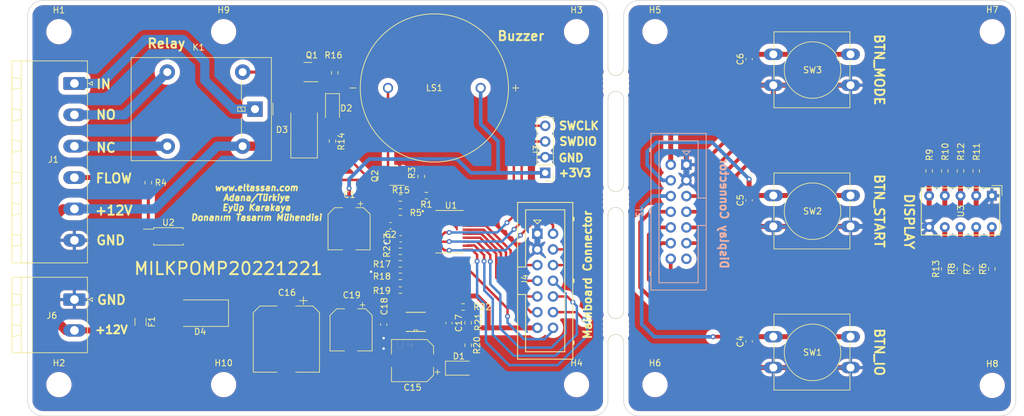
<source format=kicad_pcb>
(kicad_pcb (version 20211014) (generator pcbnew)
  (title_block (title "MILK POMP") (date "20221206") (rev "V2") (company "ELTASSAN LTD") (comment 1 "EYYÜP KARAKAYA") (comment 2 "DONANIM TASARIM MÜHENDİSİ"))
  (layers (0 "F.Cu" signal) (31 "B.Cu" signal) (34 "B.Paste" user) (35 "F.Paste" user) (36 "B.SilkS" user "B.Silkscreen") (37 "F.SilkS" user "F.Silkscreen") (38 "B.Mask" user) (39 "F.Mask" user) (44 "Edge.Cuts" user))
  (net 0 "")
  (net 1 "GND")
  (net 2 "+3V3")
  (net 3 "BTN_IO")
  (net 4 "BTN_START")
  (net 5 "BTN_MODE")
  (net 6 "Net-(C17-Pad2)")
  (net 7 "Net-(C18-Pad1)")
  (net 8 "+12V")
  (net 9 "/Power/LED_PWR")
  (net 10 "NRST")
  (net 11 "Net-(D2-Pad1)")
  (net 12 "Net-(D4-Pad2)")
  (net 13 "/Flow/FLOW_SENSOR")
  (net 14 "/Relay /RELAY_IN")
  (net 15 "SWDIO")
  (net 16 "SWCLK")
  (net 17 "BUZZER")
  (net 18 "Net-(Q1-Pad1)")
  (net 19 "Net-(R4-Pad2)")
  (net 20 "FLOW")
  (net 21 "Net-(R6-Pad2)")
  (net 22 "Net-(R7-Pad2)")
  (net 23 "Net-(R8-Pad2)")
  (net 24 "Net-(R9-Pad2)")
  (net 25 "Net-(R10-Pad2)")
  (net 26 "Net-(R11-Pad2)")
  (net 27 "Net-(R12-Pad2)")
  (net 28 "Net-(R13-Pad2)")
  (net 29 "RELAY")
  (net 32 "/Buttons/BTN_IO")
  (net 33 "/Buttons/BTN_START")
  (net 34 "/Buttons/BTN_MODE")
  (net 35 "/Relay /RELAY_NO")
  (net 36 "/Relay /RELAY_NC")
  (net 37 "/Display/DISP_F")
  (net 38 "/Display/DISP_A")
  (net 39 "/Display/DISP_E")
  (net 40 "/Display/DISP_B")
  (net 41 "/Display/DISP_D")
  (net 42 "/Display/DISP_C")
  (net 43 "/Display/DISP_P")
  (net 44 "Net-(D2-Pad2)")
  (net 45 "Net-(LS1-PadN)")
  (net 46 "Net-(Q2-Pad1)")
  (net 47 "/Display/DISP_G")
  (net 48 "DISP_P")
  (net 49 "DISP_C")
  (net 50 "DISP_B")
  (net 51 "DISP_A")
  (net 52 "DISP_D")
  (net 53 "DISP_E")
  (net 54 "DISP_G")
  (net 55 "DISP_F")
  (net 57 "Net-(C16-Pad1)")
  (footprint "Resistor_SMD:R_0603_1608Metric" (layer "F.Cu") (at 236.1575 112.077 90)
    (fp_text reference "R6")
    (fp_text value "330R")
  )
  (footprint "Capacitor_SMD:CP_Elec_6.3x7.7" (layer "F.Cu") (at 132.08 105.57 -90)
    (fp_text reference "C1")
    (fp_text value "10uF/35V")
  )
  (footprint "Resistor_SMD:R_0603_1608Metric" (layer "F.Cu") (at 140.3736 111.252 180)
    (fp_text reference "R17")
    (fp_text value "10K")
  )
  (footprint "Panelization:mouse-bite-2.54mm-slot" (layer "F.Cu") (at 175.26 100.838 180)
    (fp_text reference "mouse-bite-2.54mm-slot" hide)
    (fp_text value "VAL**" hide)
  )
  (footprint "Buzzer:XDCR_KPEG228" (layer "F.Cu") (at 145.8815 82.773 180)
    (fp_text reference "LS1")
    (fp_text value "KPEG228")
  )
  (footprint "Resistor_SMD:R_0603_1608Metric" (layer "F.Cu") (at 228.5375 96.203 -90)
    (fp_text reference "R10")
    (fp_text value "330R")
  )
  (footprint "MountingHole:MountingHole_2.5mm" (layer "F.Cu") (at 111.76 73.66)
    (fp_text reference "H9")
    (fp_text value "MountingHole")
  )
  (footprint "Connector_Phoenix_MSTB:PhoenixContact_MSTBA_2,5_2-G_1x02_P5.00mm_Horizontal" (layer "F.Cu") (at 87.5975 117.0376 -90)
    (fp_text reference "J6")
    (fp_text value "PWR INPUT")
  )
  (footprint "LED_SMD:LED_1206_3216Metric" (layer "F.Cu") (at 129.3876 85.982 -90)
    (fp_text reference "D2")
    (fp_text value "LED_GREEN" hide)
  )
  (footprint "Capacitor_SMD:CP_Elec_6.3x7.7" (layer "F.Cu") (at 142.3523 126.9276 180)
    (fp_text reference "C15")
    (fp_text value "10uF/10V")
  )
  (footprint "Resistor_SMD:R_0603_1608Metric" (layer "F.Cu") (at 151.3515 124.4384 -90)
    (fp_text reference "R20")
    (fp_text value "470")
  )
  (footprint "Resistor_SMD:R_0603_1608Metric" (layer "F.Cu") (at 140.3736 100.584 180)
    (fp_text reference "R15")
    (fp_text value "4K7")
  )
  (footprint "Fuse:Fuse_1206_3216Metric" (layer "F.Cu") (at 98.298 120.6376 -90)
    (fp_text reference "F1")
    (fp_text value "1A")
  )
  (footprint "Capacitor_SMD:C_0603_1608Metric" (layer "F.Cu") (at 137.668 121.0948 -90)
    (fp_text reference "C18")
    (fp_text value "10nF")
  )
  (footprint "Capacitor_SMD:CP_Elec_10x10.5" (layer "F.Cu") (at 121.92 123.4376 -90)
    (fp_text reference "C16")
    (fp_text value "100uF/35V")
  )
  (footprint "Resistor_SMD:R_0603_1608Metric" (layer "F.Cu") (at 140.3736 115.4976 180)
    (fp_text reference "R19")
    (fp_text value "10K")
  )
  (footprint "TSSOP_20:SOP65P640X120-20N" (layer "F.Cu") (at 148.336 106.045)
    (fp_text reference "U1")
    (fp_text value "STM32G030F6P6TR")
  )
  (footprint "Resistor_SMD:R_0603_1608Metric" (layer "F.Cu") (at 140.3858 102.87)
    (fp_text reference "R5")
    (fp_text value "4K7")
  )
  (footprint "Capacitor_SMD:C_0603_1608Metric" (layer "F.Cu") (at 196.85 78.102595 90)
    (fp_text reference "C6")
    (fp_text value "100nF")
  )
  (footprint "Package_SO:SOIC-4_4.55x2.6mm_P1.27mm" (layer "F.Cu") (at 102.818 106.807)
    (fp_text reference "U2")
    (fp_text value "TLP291")
  )
  (footprint "Power:SOP65P490X110-9N" (layer "F.Cu") (at 142.8679 120.65 180)
    (fp_text reference "U4")
    (fp_text value "TPS7A4901DGNT")
  )
  (footprint "Resistor_SMD:R_0603_1608Metric" (layer "F.Cu") (at 151.3515 120.7902 90)
    (fp_text reference "R21")
    (fp_text value "18K")
  )
  (footprint "Display_7Segment:HDSP-7401" (layer "F.Cu") (at 236.1575 100.220095 -90)
    (fp_text reference "U3")
    (fp_text value "HDSP-7403")
  )
  (footprint "Resistor_SMD:R_0603_1608Metric" (layer "F.Cu") (at 228.5375 112.077 90)
    (fp_text reference "R13")
    (fp_text value "330R")
  )
  (footprint "Package_TO_SOT_SMD:SOT-23" (layer "F.Cu") (at 139.319 96.9792 180)
    (fp_text reference "Q2")
    (fp_text value "BC847")
  )
  (footprint "Resistor_SMD:R_0603_1608Metric" (layer "F.Cu") (at 233.6175 96.203 -90)
    (fp_text reference "R11")
    (fp_text value "330R")
  )
  (footprint "MountingHole:MountingHole_2.5mm" (layer "F.Cu") (at 168.91 130.81)
    (fp_text reference "H4")
    (fp_text value "MountingHole")
  )
  (footprint "Relay_THT:Relay_SPDT_Omron-G5LE-1" (layer "F.Cu") (at 116.84 86.202 -90)
    (fp_text reference "K1")
    (fp_text value "G5LE-1")
  )
  (footprint "Resistor_SMD:R_0603_1608Metric" (layer "F.Cu") (at 140.3736 109.22 180)
    (fp_text reference "R2")
    (fp_text value "10K")
  )
  (footprint "MountingHole:MountingHole_2.5mm" (layer "F.Cu") (at 85.09 130.81)
    (fp_text reference "H2")
    (fp_text value "MountingHole")
  )
  (footprint "Resistor_SMD:R_0603_1608Metric" (layer "F.Cu") (at 231.0775 96.203 -90)
    (fp_text reference "R12")
    (fp_text value "330R")
  )
  (footprint "Button_Switch_THT:SW_PUSH-12mm" (layer "F.Cu") (at 200.77 77.327595)
    (fp_text reference "SW3")
    (fp_text value "SW_IO")
  )
  (footprint "Connectors_Multicomp:Multicomp_MC9A12-1434_2x07x2.54mm_Straight" (layer "F.Cu") (at 162.56 106.3752 -90)
    (fp_text reference "J4")
    (fp_text value "Conn_02x07_Odd_Even")
  )
  (footprint "MountingHole:MountingHole_2.5mm" (layer "F.Cu") (at 181.61 73.66)
    (fp_text reference "H5")
    (fp_text value "MountingHole")
  )
  (footprint "Package_TO_SOT_SMD:SOT-23" (layer "F.Cu") (at 125.3975 80.202 180)
    (fp_text reference "Q1")
    (fp_text value "BC847")
  )
  (footprint "Capacitor_SMD:C_0603_1608Metric" (layer "F.Cu") (at 138.7858 105.073801 180)
    (fp_text reference "C2")
    (fp_text value "100nF")
  )
  (footprint "Diode_SMD:D_SMB_Handsoldering" (layer "F.Cu") (at 124.7902 89.502 90)
    (fp_text reference "D3")
    (fp_text value "SBR3A40SAQ")
  )
  (footprint "Resistor_SMD:R_0603_1608Metric" (layer "F.Cu") (at 129.7432 80.327 90)
    (fp_text reference "R16")
    (fp_text value "47K")
  )
  (footprint "Resistor_SMD:R_0603_1608Metric" (layer "F.Cu") (at 143.765 97.1042 90)
    (fp_text reference "R3")
    (fp_text value "47K")
  )
  (footprint "Resistor_SMD:R_0603_1608Metric" (layer "F.Cu") (at 225.9975 96.203 -90)
    (fp_text reference "R9")
    (fp_text value "330R")
  )
  (footprint "MountingHole:MountingHole_2.5mm" (layer "F.Cu") (at 236.22 130.937)
    (fp_text reference "H8")
    (fp_text value "MountingHole")
  )
  (footprint "Resistor_SMD:R_0603_1608Metric" (layer "F.Cu") (at 233.6175 112.077 90)
    (fp_text reference "R7")
    (fp_text value "330R")
  )
  (footprint "Capacitor_SMD:CP_Elec_6.3x7.7" (layer "F.Cu") (at 132.4031 121.9376 -90)
    (fp_text reference "C19")
    (fp_text value "10uF/35V")
  )
  (footprint "Panelization:mouse-bite-2.54mm-slot" (layer "F.Cu") (at 175.26 82.042 180)
    (fp_text reference "mouse-bite-2.54mm-slot" hide)
    (fp_text value "VAL**" hide)
  )
  (footprint "MountingHole:MountingHole_2.5mm" (layer "F.Cu") (at 111.76 130.81)
    (fp_text reference "H10")
    (fp_text value "MountingHole")
  )
  (footprint "MountingHole:MountingHole_2.5mm" (layer "F.Cu") (at 181.61 130.81)
    (fp_text reference "H6")
    (fp_text value "MountingHole")
  )
  (footprint "Resistor_SMD:R_0603_1608Metric" (layer "F.Cu") (at 99.568 98.107 -90)
    (fp_text reference "R4")
    (fp_text value "3K3")
  )
  (footprint "LED_SMD:LED_1206_3216Metric" (layer "F.Cu") (at 149.9515 128.1468)
    (fp_text reference "D1")
    (fp_text value "LED_GREEN")
  )
  (footprint "Capacitor_SMD:C_0603_1608Metric" (layer "F.Cu") (at 196.85 100.962595 90)
    (fp_text reference "C5")
    (fp_text value "100nF")
  )
  (footprint "Panelization:mouse-bite-2.54mm-slot" (layer "F.Cu") (at 175.26 121.412 180)
    (fp_text reference "mouse-bite-2.54mm-slot" hide)
    (fp_text value "VAL**" hide)
  )
  (footprint "Button_Switch_THT:SW_PUSH-12mm" (layer "F.Cu") (at 200.77 100.187595)
    (fp_text reference "SW2")
    (fp_text value "SW_IO")
  )
  (footprint "MountingHole:MountingHole_2.5mm" (layer "F.Cu") (at 236.22 73.66)
    (fp_text reference "H7")
    (fp_text value "MountingHole")
  )
  (footprint "MountingHole:MountingHole_2.5mm" (layer "F.Cu") (at 85.09 73.66)
    (fp_text reference "H1")
    (fp_text value "MountingHole")
  )
  (footprint "Capacitor_SMD:C_0603_1608Metric" (layer "F.Cu") (at 148.2527 120.8402 90)
    (fp_text reference "C17")
    (fp_text value "10nF")
  )
  (footprint "Connector_Phoenix_MSTB:PhoenixContact_MSTBA_2,5_6-G-5,08_1x06_P5.08mm_Horizontal" (layer "F.Cu") (at 87.5975 82.042 -90)
    (fp_text reference "J1")
    (fp_text value "OUTPUTS")
  )
  (footprint "Diode_SMD:D_SMB_Handsoldering" (layer "F.Cu") (at 107.95 119.2376 180)
    (fp_text reference "D4")
    (fp_text value "SBR3A40SAQ")
  )
  (footprint "Resistor_SMD:R_0603_1608Metric" (layer "F.Cu") (at 231.0775 112.077 90)
    (fp_text reference "R8")
    (fp_text value "330R")
  )
  (footprint "Resistor_SMD:R_0603_1608Metric" (layer "F.Cu") (at 144.59 100.203 180)
    (fp_text reference "R1")
    (fp_text value "4K7")
  )
  (footprint "Resistor_SMD:R_0603_1608Metric" (layer "F.Cu") (at 150.5265 118.2408 180)
    (fp_text reference "R22")
    (fp_text value "10K")
  )
  (footprint "Capacitor_SMD:C_0603_1608Metric" (layer "F.Cu") (at 140.4236 107.188 180)
    (fp_text reference "C3")
    (fp_text value "100nF")
  )
  (footprint "Resistor_SMD:R_0603_1608Metric" (layer "F.Cu") (at 129.3876 91.377 90)
    (fp_text reference "R14")
    (fp_text value "4K7")
  )
  (footprint "Capacitor_SMD:C_0603_1608Metric" (layer "F.Cu") (at 196.85 123.822595 90)
    (fp_text reference "C4")
    (fp_text value "100nF")
  )
  (footprint "Button_Switch_THT:SW_PUSH-12mm" (layer "F.Cu") (at 200.77 123.047595)
    (fp_text reference "SW1")
    (fp_text value "SW_IO")
  )
  (footprint "Resistor_SMD:R_0603_1608Metric" (layer "F.Cu") (at 140.3736 113.284 180)
    (fp_text reference "R18")
    (fp_text value "10K")
  )
  (footprint "MountingHole:MountingHole_2.5mm" (layer "F.Cu") (at 168.91 73.66)
    (fp_text reference "H3")
    (fp_text value "MountingHole")
  )
  (footprint "Connector_PinHeader_2.54mm:PinHeader_1x04_P2.54mm_Vertical" (layer "F.Cu") (at 163.83 96.52 180)
    (fp_text reference "J3")
    (fp_text value "Program_Conn")
  )
  (footprint "Connectors_Multicomp:Multicomp_MC9A12-1434_2x07x2.54mm_Straight" (layer "B.Cu") (at 186.695 95.197595 -90)
    (fp_text reference "J2")
    (fp_text value "Conn_Display")
  )
  (gr_arc (start 176.53 118.872) (mid 175.26 120.142) (end 173.99 118.872) (layer "Edge.Cuts") (width 0.1))
  (gr_arc (start 173.99 123.952) (mid 175.26 122.682) (end 176.53 123.952) (layer "Edge.Cuts") (width 0.1))
  (gr_arc (start 173.99 133.35) (mid 173.246051 135.146051) (end 171.45 135.89) (layer "Edge.Cuts") (width 0.1))
  (gr_arc (start 176.53 79.502) (mid 175.26 80.772) (end 173.99 79.502) (layer "Edge.Cuts") (width 0.1))
  (gr_line (start 179.07 135.89) (end 237.49 135.89) (layer "Edge.Cuts") (width 0.1))
  (gr_arc (start 173.99 84.582) (mid 175.26 83.312) (end 176.53 84.582) (layer "Edge.Cuts") (width 0.1))
  (gr_arc (start 171.45 68.58) (mid 173.246051 69.323949) (end 173.99 71.12) (layer "Edge.Cuts") (width 0.1))
  (gr_arc (start 80.01 71.12) (mid 80.753949 69.323949) (end 82.55 68.58) (layer "Edge.Cuts") (width 0.1))
  (gr_line (start 176.53 98.298) (end 176.53 84.582) (layer "Edge.Cuts") (width 0.1))
  (gr_arc (start 179.07 135.89) (mid 177.273949 135.146051) (end 176.53 133.35) (layer "Edge.Cuts") (width 0.1))
  (gr_line (start 173.99 98.298) (end 173.99 84.582) (layer "Edge.Cuts") (width 0.1))
  (gr_arc (start 82.55 135.89) (mid 80.753949 135.146051) (end 80.01 133.35) (layer "Edge.Cuts") (width 0.1))
  (gr_line (start 82.55 68.58) (end 171.45 68.58) (layer "Edge.Cuts") (width 0.1))
  (gr_arc (start 176.53 98.298) (mid 175.26 99.568) (end 173.99 98.298) (layer "Edge.Cuts") (width 0.1))
  (gr_line (start 237.49 68.58) (end 179.07 68.58) (layer "Edge.Cuts") (width 0.1))
  (gr_line (start 173.99 133.35) (end 173.99 123.952) (layer "Edge.Cuts") (width 0.1))
  (gr_line (start 240.03 133.35) (end 240.03 71.12) (layer "Edge.Cuts") (width 0.1))
  (gr_arc (start 237.49 68.58) (mid 239.286051 69.323949) (end 240.03 71.12) (layer "Edge.Cuts") (width 0.1))
  (gr_line (start 173.99 71.12) (end 173.99 79.502) (layer "Edge.Cuts") (width 0.1))
  (gr_line (start 171.45 135.89) (end 82.55 135.89) (layer "Edge.Cuts") (width 0.1))
  (gr_line (start 80.01 133.35) (end 80.01 71.12) (layer "Edge.Cuts") (width 0.1))
  (gr_arc (start 240.03 133.35) (mid 239.286051 135.146051) (end 237.49 135.89) (layer "Edge.Cuts") (width 0.1))
  (gr_arc (start 176.53 71.12) (mid 177.273949 69.323949) (end 179.07 68.58) (layer "Edge.Cuts") (width 0.1))
  (gr_line (start 173.99 118.872) (end 173.99 103.378) (layer "Edge.Cuts") (width 0.1))
  (gr_line (start 176.53 79.502) (end 176.53 71.12) (layer "Edge.Cuts") (width 0.1))
  (gr_arc (start 173.99 103.378) (mid 175.26 102.108) (end 176.53 103.378) (layer "Edge.Cuts") (width 0.1))
  (gr_line (start 176.53 133.35) (end 176.53 123.952) (layer "Edge.Cuts") (width 0.1))
  (gr_line (start 176.53 118.872) (end 176.53 103.378) (layer "Edge.Cuts") (width 0.1))
  (gr_text "Display Connector" (at 192.786 103.124 -90) (layer "B.SilkS") (effects (font (size 1.3 1.3) (thickness 0.3)) (justify mirror)))
  (gr_text "+12V\n" (at 93.599 121.92) (layer "F.SilkS") (effects (font (size 1.3 1.3) (thickness 0.3))))
  (gr_text "BTN_IO\n" (at 217.932 125.547595 270) (layer "F.SilkS") (effects (font (size 1.5 1.5) (thickness 0.3))))
  (gr_text "+3V3" (at 168.656 96.52) (layer "F.SilkS") (effects (font (size 1.3 1.3) (thickness 0.3))))
  (gr_text "SWDIO\n" (at 169.164 91.44) (layer "F.SilkS") (effects (font (size 1.3 1.3) (thickness 0.3))))
  (gr_text "NO" (at 92.71 87.122) (layer "F.SilkS") (effects (font (size 1.5 1.5) (thickness 0.3))))
  (gr_text "GND" (at 168.021 94.107) (layer "F.SilkS") (effects (font (size 1.3 1.3) (thickness 0.3))))
  (gr_text "GND" (at 93.472 107.442) (layer "F.SilkS") (effects (font (size 1.5 1.5) (thickness 0.3))))
  (gr_text "Relay" (at 102.489 75.565) (layer "F.SilkS") (effects (font (size 1.5 1.5) (thickness 0.3))))
  (gr_text "DISPLAY" (at 222.758 104.394 270) (layer "F.SilkS") (effects (font (size 1.5 1.5) (thickness 0.3))))
  (gr_text "Buzzer\n\n" (at 159.893 75.565) (layer "F.SilkS") (effects (font (size 1.5 1.5) (thickness 0.3))))
  (gr_text "IN" (at 92.329 82.169) (layer "F.SilkS") (effects (font (size 1.5 1.5) (thickness 0.3))))
  (gr_text "NC" (at 92.71 92.456) (layer "F.SilkS") (effects (font (size 1.5 1.5) (thickness 0.3))))
  (gr_text "MILKPOMP20221221" (at 112.522 112.014) (layer "F.SilkS") (effects (font (size 2 2) (thickness 0.3))))
  (gr_text "Mainboard Connector" (at 170.688 113.03 90) (layer "F.SilkS") (effects (font (size 1.3 1.3) (thickness 0.3))))
  (gr_text "FLOW" (at 93.98 97.409) (layer "F.SilkS") (effects (font (size 1.5 1.5) (thickness 0.3))))
  (gr_text "SWCLK\n" (at 169.291 88.9) (layer "F.SilkS") (effects (font (size 1.3 1.3) (thickness 0.3))))
  (gr_text "BTN_MODE\n" (at 217.932 79.827595 270) (layer "F.SilkS") (effects (font (size 1.5 1.5) (thickness 0.3))))
  (gr_text "GND" (at 93.599 117.094) (layer "F.SilkS") (effects (font (size 1.5 1.5) (thickness 0.3))))
  (gr_text "+12V" (at 93.98 102.616) (layer "F.SilkS") (effects (font (size 1.5 1.5) (thickness 0.3))))
  (gr_text "BTN_START\n" (at 217.932 102.687595 270) (layer "F.SilkS") (effects (font (size 1.5 1.5) (thickness 0.3))))
  (gr_text "www.eltassan.com\nAdana/Türkiye\nEyüp Karakaya\nDonanım Tasarım Mühendisi" (at 117.094 101.346) (layer "F.SilkS") (effects (font (size 1 1) (thickness 0.25) italic)))
  (segment (start 128.02 79.252) (end 128.27 79.502) (width 0.5) (layer "F.Cu") (net 1))
  (segment (start 186.69 88.2904) (end 186.69 87.63) (width 0.8) (layer "F.Cu") (net 1))
  (segment (start 147.32 105.156) (end 146.752201 105.723799) (width 0.4) (layer "F.Cu") (net 1))
  (segment (start 186.69 87.63) (end 187.96 86.36) (width 0.8) (layer "F.Cu") (net 1))
  (segment (start 196.85 78.877595) (end 196.85 80.899) (width 0.8) (layer "F.Cu") (net 1))
  (segment (start 106.068 107.442) (end 99.568 107.442) (width 0.6) (layer "F.Cu") (net 1))
  (segment (start 138.4846 126.9276) (end 139.6523 126.9276) (width 0.4) (layer "F.Cu") (net 1))
  (segment (start 142.8679 121.0239) (end 142.875 121.031) (width 0.4) (layer "F.Cu") (net 1))
  (segment (start 196.85 101.737595) (end 196.85 103.886) (width 0.8) (layer "F.Cu") (net 1))
  (segment (start 138.0108 105.073801) (end 138.0108 107.0992) (width 0.4) (layer "F.Cu") (net 1))
  (segment (start 143.765 96.2792) (end 147.32 96.2792) (width 0.4) (layer "F.Cu") (net 1))
  (segment (start 200.77 105.187595) (end 213.27 105.187595) (width 0.8) (layer "F.Cu") (net 1))
  (segment (start 187.96 86.36) (end 199.39 86.36) (width 0.8) (layer "F.Cu") (net 1))
  (segment (start 142.8679 120.65) (end 143.8331 119.6848) (width 0.4) (layer "F.Cu") (net 1))
  (segment (start 196.85 103.886) (end 198.151595 105.187595) (width 0.8) (layer "F.Cu") (net 1))
  (segment (start 128.27 79.502) (end 129.7432 79.502) (width 0.5) (layer "F.Cu") (net 1))
  (segment (start 138.0108 107.0992) (end 138.0108 107.95) (width 0.4) (layer "F.Cu") (net 1))
  (segment (start 142.8679 120.65) (end 142.8679 121.0239) (width 0.4) (layer "F.Cu") (net 1))
  (segment (start 186.69 88.2904) (end 186.69 95.192595) (width 0.8) (layer "F.Cu") (net 1))
  (segment (start 196.85 80.899) (end 198.278595 82.327595) (width 0.8) (layer "F.Cu") (net 1))
  (segment (start 186.69 95.192595) (end 186.695 95.197595) (width 0.8) (layer "F.Cu") (net 1))
  (segment (start 138.0996 107.188) (end 138.0108 107.0992) (width 0.4) (layer "F.Cu") (net 1))
  (segment (start 139.6486 107.188) (end 138.0996 107.188) (width 0.4) (layer "F.Cu") (net 1))
  (segment (start 213.27 128.047595) (end 200.77 128.047595) (width 0.8) (layer "F.Cu") (net 1))
  (segment (start 139.6523 124.3735) (end 139.6523 126.9276) (width 0.4) (layer "F.Cu") (net 1))
  (segment (start 142.875 121.031) (end 142.875 121.1508) (width 0.4) (layer "F.Cu") (net 1))
  (segment (start 137.668 121.8698) (end 137.668 123.2795) (width 0.4) (layer "F.Cu") (net 1))
  (segment (start 147.32 96.2792) (end 147.32 105.156) (width 0.4) (layer "F.Cu") (net 1))
  (segment (start 137.668 126.111) (end 138.4846 126.9276) (width 0.4) (layer "F.Cu") (net 1))
  (segment (start 200.77 84.98) (end 200.77 82.327595) (width 0.8) (layer "F.Cu") (net 1))
  (segment (start 196.85 126.619) (end 198.278595 128.047595) (width 0.8) (layer "F.Cu") (net 1))
  (segment (start 198.278595 82.327595) (end 200.77 82.327595) (width 0.8) (layer "F.Cu") (net 1))
  (segment (start 198.151595 105.187595) (end 200.77 105.187595) (width 0.8) (layer "F.Cu") (net 1))
  (segment (start 126.335 79.252) (end 128.02 79.252) (width 0.5) (layer "F.Cu") (net 1))
  (segment (start 146.752201 105.723799) (end 145.415 105.723799) (width 0.4) (layer "F.Cu") (net 1))
  (segment (start 213.27 82.327595) (end 200.77 82.327595) (width 0.8) (layer "F.Cu") (net 1))
  (segment (start 99.568 107.442) (end 87.5975 107.442) (width 0.6) (layer "F.Cu") (net 1))
  (segment (start 142.875 121.1508) (end 139.6523 124.3735) (width 0.4) (layer "F.Cu") (net 1))
  (segment (start 198.278595 128.047595) (end 200.77 128.047595) (width 0.8) (layer "F.Cu") (net 1))
  (segment (start 143.8331 119.6848) (end 145.0523 119.6848) (width 0.4) (layer "F.Cu") (net 1))
  (segment (start 137.668 124.968) (end 137.668 126.111) (width 0.4) (layer "F.Cu") (net 1))
  (segment (start 196.85 124.597595) (end 196.85 126.619) (width 0.8) (layer "F.Cu") (net 1))
  (segment (start 199.39 86.36) (end 200.77 84.98) (width 0.8) (layer "F.Cu") (net 1))
  (via (at 138.0108 107.95) (size 0.8) (drill 0.4) (layers "F.Cu" "B.Cu") (net 1))
  (via (at 137.668 124.968) (size 0.8) (drill 0.4) (layers "F.Cu" "B.Cu") (net 1))
  (via (at 135.636 112.522) (size 0.8) (drill 0.4) (layers "F.Cu" "B.Cu") (net 1))
  (via (at 137.668 123.2795) (size 0.8) (drill 0.4) (layers "F.Cu" "B.Cu") (net 1))
  (segment (start 186.695 97.737595) (end 186.695 95.197595) (width 1) (layer "B.Cu") (net 1))
  (segment (start 163.83 100.33) (end 166.37 100.33) (width 1) (layer "B.Cu") (net 1))
  (segment (start 137.668 123.2795) (end 137.668 124.968) (width 0.4) (layer "B.Cu") (net 1))
  (segment (start 162.56 101.6) (end 163.83 100.33) (width 1) (layer "B.Cu") (net 1))
  (segment (start 213.27 105.187595) (end 225.885 105.187595) (width 0.8) (layer "B.Cu") (net 1))
  (segment (start 162.56 106.3752) (end 162.56 108.9152) (width 1) (layer "B.Cu") (net 1))
  (segment (start 166.37 93.98) (end 163.83 93.98) (width 1) (layer "B.Cu") (net 1))
  (segment (start 166.37 100.33) (end 167.64 99.06) (width 1) (layer "B.Cu") (net 1))
  (segment (start 138.0108 110.1472) (end 135.636 112.522) (width 0.4) (layer "B.Cu") (net 1))
  (segment (start 233.572095 102.8055) (end 236.1575 100.220095) (width 0.8) (layer "B.Cu") (net 1))
  (segment (start 138.0108 107.95) (end 138.0108 110.1472) (width 0.4) (layer "B.Cu") (net 1))
  (segment (start 167.64 99.06) (end 167.64 95.25) (width 1) (layer "B.Cu") (net 1))
  (segment (start 225.9975 105.300095) (end 228.492095 102.8055) (width 0.8) (layer "B.Cu") (net 1))
  (segment (start 167.64 95.25) (end 166.37 93.98) (width 1) (layer "B.Cu") (net 1))
  (segment (start 225.885 105.187595) (end 225.9975 105.300095) (width 0.8) (layer "B.Cu") (net 1))
  (segment (start 228.492095 102.8055) (end 233.572095 102.8055) (width 0.8) (layer "B.Cu") (net 1))
  (segment (start 200.77 82.327595) (end 200.77 82.3892) (width 0.8) (layer "B.Cu") (net 1))
  (segment (start 162.56 106.3752) (end 162.56 101.6) (width 1) (layer "B.Cu") (net 1))
  (segment (start 136.652 109.22) (end 139.5486 109.22) (width 0.5) (layer "F.Cu") (net 2))
  (segment (start 154.6098 118.2878) (end 152.781 116.459) (width 0.8) (layer "F.Cu") (net 2))
  (segment (start 139.5486 115.4976) (end 139.5486 109.22) (width 0.8) (layer "F.Cu") (net 2))
  (segment (start 139.5486 116.4346) (end 139.5486 115.4976) (width 0.8) (layer "F.Cu") (net 2))
  (segment (start 154.6098 121.6152) (end 162.56 121.6152) (width 0.8) (layer "F.Cu") (net 2))
  (segment (start 145.0523 121.6152) (end 145.0523 126.9276) (width 0.4) (layer "F.Cu") (net 2))
  (segment (start 132.08 102.87) (end 132.08 104.648) (width 0.5) (layer "F.Cu") (net 2))
  (segment (start 132.08 104.648) (end 136.652 109.22) (width 0.5) (layer "F.Cu") (net 2))
  (segment (start 151.3515 121.6152) (end 148.2527 121.6152) (width 0.8) (layer "F.Cu") (net 2))
  (segment (start 140.036199 105.073801) (end 139.5208 105.073801) (width 0.4) (layer "F.Cu") (net 2))
  (segment (start 140.462 117.348) (end 139.5486 116.4346) (width 0.8) (layer "F.Cu") (net 2))
  (segment (start 132.08 99.0225) (end 132.08 102.87) (width 0.6) (layer "F.Cu") (net 2))
  (segment (start 142.875 117.348) (end 140.462 117.348) (width 0.8) (layer "F.Cu") (net 2))
  (segment (start 139.5608 102.87) (end 132.08 102.87) (width 0.4) (layer "F.Cu") (net 2))
  (segment (start 139.5608 102.87) (end 139.5608 105.073801) (width 0.4) (layer "F.Cu") (net 2))
  (segment (start 145.0523 121.6152) (end 148.2527 121.6152) (width 0.4) (layer "F.Cu") (net 2))
  (segment (start 143.764 116.459) (end 142.875 117.348) (width 0.8) (layer "F.Cu") (net 2))
  (segment (start 154.6098 121.6152) (end 154.6098 118.2878) (width 0.8) (layer "F.Cu") (net 2))
  (segment (start 154.6098 121.6152) (end 151.3515 121.6152) (width 0.8) (layer "F.Cu") (net 2))
  (segment (start 151.3515 123.6134) (end 151.3515 121.6152) (width 0.5) (layer "F.Cu") (net 2))
  (segment (start 152.781 116.459) (end 143.764 116.459) (width 0.8) (layer "F.Cu") (net 2))
  (segment (start 145.415 105.073801) (end 140.036199 105.073801) (width 0.4) (layer "F.Cu") (net 2))
  (segment (start 140.036199 105.073801) (end 139.5608 105.073801) (width 0.4) (layer "F.Cu") (net 2))
  (via (at 132.08 99.0225) (size 0.8) (drill 0.4) (layers "F.Cu" "B.Cu") (net 2))
  (segment (start 149.5552 94.2848) (end 151.7904 96.52) (width 0.6) (layer "B.Cu") (net 2))
  (segment (start 156.21 91.44) (end 153.3815 88.6115) (width 0.6) (layer "B.Cu") (net 2))
  (segment (start 163.83 96.52) (end 156.21 96.52) (width 0.6) (layer "B.Cu") (net 2))
  (segment (start 132.08 99.0225) (end 132.08 97.536) (width 0.6) (layer "B.Cu") (net 2))
  (segment (start 151.7904 96.52) (end 156.21 96.52) (width 0.6) (layer "B.Cu") (net 2))
  (segment (start 153.3815 88.6115) (end 153.3815 82.773) (width 0.6) (layer "B.Cu") (net 2))
  (segment (start 156.21 96.52) (end 156.21 91.44) (width 0.6) (layer "B.Cu") (net 2))
  (segment (start 135.3312 94.2848) (end 149.5552 94.2848) (width 0.6) (layer "B.Cu") (net 2))
  (segment (start 132.08 97.536) (end 135.3312 94.2848) (width 0.6) (layer "B.Cu") (net 2))
  (segment (start 146.722201 107.023799) (end 142.785201 107.023799) (width 0.4) (layer "F.Cu") (net 3))
  (segment (start 159.8168 102.4128) (end 167.5892 102.4128) (width 0.4) (layer "F.Cu") (net 3))
  (segment (start 142.367 107.442) (end 142.367 110.617) (width 0.4) (layer "F.Cu") (net 3))
  (segment (start 169.5196 104.3432) (end 169.5196 109.3724) (width 0.4) (layer "F.Cu") (net 3))
  (segment (start 167.5892 102.4128) (end 169.5196 104.3432) (width 0.4) (layer "F.Cu") (net 3))
  (segment (start 167.4368 111.4552) (end 165.1 111.4552) (width 0.4) (layer "F.Cu") (net 3))
  (segment (start 169.5196 109.3724) (end 167.4368 111.4552) (width 0.4) (layer "F.Cu") (net 3))
  (segment (start 157.6324 104.5972) (end 159.8168 102.4128) (width 0.4) (layer "F.Cu") (net 3))
  (segment (start 147.574 106.172) (end 146.722201 107.023799) (width 0.4) (layer "F.Cu") (net 3))
  (segment (start 142.785201 107.023799) (end 142.367 107.442) (width 0.4) (layer "F.Cu") (net 3))
  (segment (start 148.2852 106.172) (end 147.574 106.172) (width 0.4) (layer "F.Cu") (net 3))
  (segment (start 141.732 111.252) (end 141.1986 111.252) (width 0.4) (layer "F.Cu") (net 3))
  (segment (start 142.367 110.617) (end 141.732 111.252) (width 0.4) (layer "F.Cu") (net 3))
  (via (at 157.6324 104.5972) (size 0.8) (drill 0.4) (layers "F.Cu" "B.Cu") (net 3))
  (via (at 148.2852 106.172) (size 0.8) (drill 0.4) (layers "F.Cu" "B.Cu") (net 3))
  (segment (start 156.0576 106.172) (end 157.6324 104.5972) (width 0.4) (layer "B.Cu") (net 3))
  (segment (start 148.2852 106.172) (end 156.0576 106.172) (width 0.4) (layer "B.Cu") (net 3))
  (segment (start 148.2852 107.6452) (end 148.256602 107.673798) (width 0.4) (layer "F.Cu") (net 4))
  (segment (start 148.256602 107.673798) (end 143.278202 107.673798) (width 0.4) (layer "F.Cu") (net 4))
  (segment (start 158.8008 105.664) (end 160.9344 103.5304) (width 0.4) (layer "F.Cu") (net 4))
  (segment (start 168.0972 104.8512) (end 168.0972 107.5944) (width 0.4) (layer "F.Cu") (net 4))
  (segment (start 168.0972 107.5944) (end 166.7764 108.9152) (width 0.4) (layer "F.Cu") (net 4))
  (segment (start 143.164 107.788) (end 143.164 111.3186) (width 0.4) (layer "F.Cu") (net 4))
  (segment (start 160.9344 103.5304) (end 166.7764 103.5304) (width 0.4) (layer "F.Cu") (net 4))
  (segment (start 143.164 111.3186) (end 141.1986 113.284) (width 0.4) (layer "F.Cu") (net 4))
  (segment (start 166.7764 108.9152) (end 165.1 108.9152) (width 0.4) (layer "F.Cu") (net 4))
  (segment (start 166.7764 103.5304) (end 168.0972 104.8512) (width 0.4) (layer "F.Cu") (net 4))
  (segment (start 143.278202 107.673798) (end 143.164 107.788) (width 0.4) (layer "F.Cu") (net 4))
  (via (at 158.8008 105.664) (size 0.8) (drill 0.4) (layers "F.Cu" "B.Cu") (net 4))
  (via (at 148.2852 107.6452) (size 0.8) (drill 0.4) (layers "F.Cu" "B.Cu") (net 4))
  (segment (start 156.8196 107.6452) (end 158.8008 105.664) (width 0.4) (layer "B.Cu") (net 4))
  (segment (start 148.2852 107.6452) (end 156.8196 107.6452) (width 0.4) (layer "B.Cu") (net 4))
  (segment (start 146.779399 108.323799) (end 144.025201 108.323799) (width 0.4) (layer "F.Cu") (net 5))
  (segment (start 143.764 112.9322) (end 141.1986 115.4976) (width 0.4) (layer "F.Cu") (net 5))
  (segment (start 143.764 108.585) (end 143.764 112.9322) (width 0.4) (layer "F.Cu") (net 5))
  (segment (start 159.8168 106.6292) (end 159.8168 106.6184) (width 0.4) (layer "F.Cu") (net 5))
  (segment (start 147.5232 109.0676) (end 146.779399 108.323799) (width 0.4) (layer "F.Cu") (net 5))
  (segment (start 148.2852 109.0676) (end 147.5232 109.0676) (width 0.4) (layer "F.Cu") (net 5))
  (segment (start 144.025201 108.323799) (end 143.764 108.585) (width 0.4) (layer "F.Cu") (net 5))
  (segment (start 164.592 104.4956) (end 165.1 105.0036) (width 0.4) (layer "F.Cu") (net 5))
  (segment (start 159.8168 106.6184) (end 161.9396 104.4956) (width 0.4) (layer "F.Cu") (net 5))
  (segment (start 161.9396 104.4956) (end 164.592 104.4956) (width 0.4) (layer "F.Cu") (net 5))
  (segment (start 165.1 105.0036) (end 165.1 106.3752) (width 0.4) (layer "F.Cu") (net 5))
  (via (at 148.2852 109.0676) (size 0.8) (drill 0.4) (layers "F.Cu" "B.Cu") (net 5))
  (via (at 159.8168 106.6292) (size 0.8) (drill 0.4) (layers "F.Cu" "B.Cu") (net 5))
  (via (at 148.2852 109.0676) (size 0.8) (drill 0.4) (layers "F.Cu" "B.Cu") (net 5))
  (segment (start 159.8168 106.6292) (end 157.3784 109.0676) (width 0.4) (layer "B.Cu") (net 5))
  (segment (start 157.3784 109.0676) (end 148.2852 109.0676) (width 0.4) (layer "B.Cu") (net 5))
  (segment (start 147.3968 120.0652) (end 148.2527 120.0652) (width 0.4) (layer "F.Cu") (net 6))
  (segment (start 146.4818 120.9802) (end 147.3968 120.0652) (width 0.4) (layer "F.Cu") (net 6))
  (segment (start 151.3515 118.2408) (end 151.3515 119.9652) (width 0.5) (layer "F.Cu") (net 6))
  (segment (start 145.0523 120.9802) (end 146.4818 120.9802) (width 0.4) (layer "F.Cu") (net 6))
  (segment (start 151.3515 119.9652) (end 148.3527 119.9652) (width 0.5) (layer "F.Cu") (net 6))
  (segment (start 148.3527 119.9652) (end 148.2527 120.0652) (width 0.5) (layer "F.Cu") (net 6))
  (segment (start 140.6835 120.3198) (end 137.668 120.3198) (width 0.4) (layer "F.Cu") (net 7))
  (segment (start 129.286 92.329) (end 129.159 92.202) (width 0.5) (layer "F.Cu") (net 8))
  (segment (start 87.5975 102.362) (end 85.725 102.362) (width 1.5) (layer "F.Cu") (net 8))
  (segment (start 83.312 104.775) (end 83.312 119.126) (width 1.5) (layer "F.Cu") (net 8))
  (segment (start 85.725 102.362) (end 83.312 104.775) (width 1.5) (layer "F.Cu") (net 8))
  (segment (start 129.3876 92.2274) (end 129.286 92.329) (width 0.5) (layer "F.Cu") (net 8))
  (segment (start 87.5975 122.0376) (end 98.298 122.0376) (width 1) (layer "F.Cu") (net 8))
  (segment (start 86.2236 122.0376) (end 87.5975 122.0376) (width 1.5) (layer "F.Cu") (net 8))
  (segment (start 114.84 92.202) (end 124.7902 92.202) (width 1.5) (layer "F.Cu") (net 8))
  (segment (start 129.3876 92.202) (end 124.7902 92.202) (width 0.5) (layer "F.Cu") (net 8))
  (segment (start 83.312 119.126) (end 86.2236 122.0376) (width 1.5) (layer "F.Cu") (net 8))
  (segment (start 129.3876 92.202) (end 129.3876 92.2274) (width 0.5) (layer "F.Cu") (net 8))
  (segment (start 110.744 92.202) (end 100.584 102.362) (width 1.5) (layer "B.Cu") (net 8))
  (segment (start 114.84 92.202) (end 110.744 92.202) (width 1.5) (layer "B.Cu") (net 8))
  (segment (start 100.584 102.362) (end 87.5975 102.362) (width 1.5) (layer "B.Cu") (net 8))
  (segment (start 151.3515 128.1468) (end 151.3515 125.2634) (width 0.8) (layer "F.Cu") (net 9))
  (segment (start 142.0166 106.37) (end 141.1986 107.188) (width 0.4) (layer "F.Cu") (net 10))
  (segment (start 145.466 106.37) (end 142.0166 106.37) (width 0.4) (layer "F.Cu") (net 10))
  (segment (start 141.1986 109.22) (end 141.1986 107.188) (width 0.6) (layer "F.Cu") (net 10))
  (segment (start 124.7902 83.2866) (end 128.0922 83.2866) (width 0.5) (layer "F.Cu") (net 11))
  (segment (start 128.0922 83.2866) (end 129.3876 84.582) (width 0.5) (layer "F.Cu") (net 11))
  (segment (start 124.46 80.202) (end 124.7902 80.5322) (width 0.5) (layer "F.Cu") (net 11))
  (segment (start 124.7902 83.2866) (end 124.7902 86.802) (width 0.5) (layer "F.Cu") (net 11))
  (segment (start 124.46 80.202) (end 114.84 80.202) (width 0.5) (layer "F.Cu") (net 11))
  (segment (start 124.7902 80.5322) (end 124.7902 83.2866) (width 0.5) (layer "F.Cu") (net 11))
  (segment (start 105.25 119.2376) (end 98.298 119.2376) (width 0.8) (layer "F.Cu") (net 12))
  (segment (start 99.568 97.282) (end 87.5975 97.282) (width 0.8) (layer "F.Cu") (net 13))
  (segment (start 87.5975 97.282) (end 87.5975 97.5035) (width 0.6) (layer "F.Cu") (net 13))
  (segment (start 108.712 78.486) (end 108.712 81.534) (width 1.5) (layer "B.Cu") (net 14))
  (segment (start 91.948 82.042) (end 99.06 74.93) (width 1.5) (layer "B.Cu") (net 14))
  (segment (start 113.38 86.202) (end 116.84 86.202) (width 1.5) (layer "B.Cu") (net 14))
  (segment (start 99.06 74.93) (end 105.156 74.93) (width 1.5) (layer "B.Cu") (net 14))
  (segment (start 87.5975 82.042) (end 91.948 82.042) (width 1.5) (layer "B.Cu") (net 14))
  (segment (start 108.712 81.534) (end 113.38 86.202) (width 1.5) (layer "B.Cu") (net 14))
  (segment (start 105.156 74.93) (end 108.712 78.486) (width 1.5) (layer "B.Cu") (net 14))
  (segment (start 161.29 91.44) (end 163.83 91.44) (width 0.4) (layer "F.Cu") (net 15))
  (segment (start 153.386198 104.423802) (end 160.02 97.79) (width 0.4) (layer "F.Cu") (net 15))
  (segment (start 160.02 97.79) (end 160.02 92.71) (width 0.4) (layer "F.Cu") (net 15))
  (segment (start 151.257 104.423802) (end 153.386198 104.423802) (width 0.4) (layer "F.Cu") (net 15))
  (segment (start 160.02 92.71) (end 161.29 91.44) (width 0.4) (layer "F.Cu") (net 15))
  (segment (start 152.893199 103.773801) (end 158.75 97.917) (width 0.4) (layer "F.Cu") (net 16))
  (segment (start 161.29 88.9) (end 163.83 88.9) (width 0.4) (layer "F.Cu") (net 16))
  (segment (start 151.257 103.773801) (end 152.893199 103.773801) (width 0.4) (layer "F.Cu") (net 16))
  (segment (start 158.75 91.44) (end 161.29 88.9) (width 0.4) (layer "F.Cu") (net 16))
  (segment (start 158.75 97.917) (end 158.75 91.44) (width 0.4) (layer "F.Cu") (net 16))
  (segment (start 145.415 103.1238) (end 145.415 100.203) (width 0.4) (layer "F.Cu") (net 17))
  (segment (start 131.953 82.423) (end 130.682 81.152) (width 0.4) (layer "F.Cu") (net 18))
  (segment (start 126.335 81.152) (end 129.7432 81.152) (width 0.5) (layer "F.Cu") (net 18))
  (segment (start 138.43 100.584) (end 131.953 94.107) (width 0.4) (layer "F.Cu") (net 18))
  (segment (start 139.5486 100.584) (end 138.43 100.584) (width 0.4) (layer "F.Cu") (net 18))
  (segment (start 131.953 94.107) (end 131.953 82.423) (width 0.4) (layer "F.Cu") (net 18))
  (segment (start 130.682 81.152) (end 129.7432 81.152) (width 0.4) (layer "F.Cu") (net 18))
  (segment (start 99.568 98.932) (end 99.568 106.172) (width 0.5) (layer "F.Cu") (net 19))
  (segment (start 127.889 97.663) (end 119.38 106.172) (width 0.4) (layer "F.Cu") (net 20))
  (segment (start 142.4808 104.14) (end 140.0678 101.727) (width 0.4) (layer "F.Cu") (net 20))
  (segment (start 119.38 106.172) (end 106.068 106.172) (width 0.4) (layer "F.Cu") (net 20))
  (segment (start 142.494 104.14) (end 142.4808 104.14) (width 0.4) (layer "F.Cu") (net 20))
  (segment (start 137.795 101.727) (end 133.731 97.663) (width 0.4) (layer "F.Cu") (net 20))
  (segment (start 145.415 104.423799) (end 142.777799 104.423799) (width 0.4) (layer "F.Cu") (net 20))
  (segment (start 133.731 97.663) (end 127.889 97.663) (width 0.4) (layer "F.Cu") (net 20))
  (segment (start 142.777799 104.423799) (end 142.494 104.14) (width 0.4) (layer "F.Cu") (net 20))
  (segment (start 140.0678 101.727) (end 137.795 101.727) (width 0.4) (layer "F.Cu") (net 20))
  (segment (start 236.1575 111.252) (end 236.1575 105.300095) (width 0.8) (layer "F.Cu") (net 21))
  (segment (start 233.6175 111.252) (end 233.6175 105.300095) (width 0.8) (layer "F.Cu") (net 22))
  (segment (start 231.0775 111.252) (end 231.0775 105.300095) (width 0.8) (layer "F.Cu") (net 23))
  (segment (start 225.9975 97.028) (end 225.9975 101.6725) (width 0.8) (layer "F.Cu") (net 24))
  (segment (start 228.5375 97.028) (end 228.5375 101.6725) (width 0.8) (layer "F.Cu") (net 25))
  (segment (start 233.6175 101.6725) (end 233.6175 97.028) (width 0.8) (layer "F.Cu") (net 26))
  (segment (start 231.0775 101.6725) (end 231.0775 97.028) (width 0.8) (layer "F.Cu") (net 27))
  (segment (start 228.5375 111.252) (end 228.5375 105.300095) (width 0.8) (layer "F.Cu") (net 28))
  (segment (start 141.6688 101.092) (end 141.1986 101.092) (width 0.4) (layer "F.Cu") (net 29))
  (segment (start 145.415 103.773801) (end 144.350601 103.773801) (width 0.4) (layer "F.Cu") (net 29))
  (segment (start 144.350601 103.773801) (end 141.6688 101.092) (width 0.4) (layer "F.Cu") (net 29))
  (segment (start 196.85 123.047595) (end 191.023405 123.047595) (width 0.6) (layer "F.Cu") (net 32))
  (segment (start 196.85 123.047595) (end 200.77 123.047595) (width 0.8) (layer "F.Cu") (net 32))
  (segment (start 200.77 123.047595) (end 213.27 123.047595) (width 0.8) (layer "F.Cu") (net 32))
  (segment (start 191.023405 123.047595) (end 191.008 123.063) (width 0.8) (layer "F.Cu") (net 32))
  (via (at 191.008 123.063) (size 0.8) (drill 0.4) (layers "F.Cu" "B.Cu") (net 32))
  (segment (start 179.451 121.031) (end 181.483 123.063) (width 0.6) (layer "B.Cu") (net 32))
  (segment (start 184.155 100.277595) (end 181.281405 100.277595) (width 0.6) (layer "B.Cu") (net 32))
  (segment (start 179.451 102.108) (end 179.451 121.031) (width 0.6) (layer "B.Cu") (net 32))
  (segment (start 181.483 123.063) (end 183.134 123.063) (width 0.6) (layer "B.Cu") (net 32))
  (segment (start 183.261 123.063) (end 191.008 123.063) (width 0.6) (layer "B.Cu") (net 32))
  (segment (start 181.281405 100.277595) (end 179.451 102.108) (width 0.6) (layer "B.Cu") (net 32))
  (segment (start 196.85 100.187595) (end 200.77 100.187595) (width 0.8) (layer "F.Cu") (net 33))
  (segment (start 196.85 100.187595) (end 196.85 97.536) (width 0.8) (layer "F.Cu") (net 33))
  (segment (start 213.27 100.187595) (end 200.77 100.187595) (width 0.8) (layer "F.Cu") (net 33))
  (via (at 196.85 97.536) (size 0.8) (drill 0.4) (layers "F.Cu" "B.Cu") (net 33))
  (segment (start 190.881 91.567) (end 196.85 97.536) (width 0.6) (layer "B.Cu") (net 33))
  (segment (start 184.155 97.737595) (end 182.827595 97.737595) (width 0.6) (layer "B.Cu") (net 33))
  (segment (start 180.34 95.25) (end 180.34 93.091) (width 0.6) (layer "B.Cu") (net 33))
  (segment (start 181.864 91.567) (end 190.881 91.567) (width 0.6) (layer "B.Cu") (net 33))
  (segment (start 182.827595 97.737595) (end 180.34 95.25) (width 0.6) (layer "B.Cu") (net 33))
  (segment (start 180.34 93.091) (end 181.864 91.567) (width 0.6) (layer "B.Cu") (net 33))
  (segment (start 184.155 95.197595) (end 184.155 82.799) (width 0.8) (layer "F.Cu") (net 34))
  (segment (start 213.27 77.327595) (end 200.77 77.327595) (width 0.8) (layer "F.Cu") (net 34))
  (segment (start 196.85 77.327595) (end 200.77 77.327595) (width 0.8) (layer "F.Cu") (net 34))
  (segment (start 189.626405 77.327595) (end 196.85 77.327595) (width 0.8) (layer "F.Cu") (net 34))
  (segment (start 184.155 82.799) (end 189.626405 77.327595) (width 0.8) (layer "F.Cu") (net 34))
  (segment (start 87.5975 87.122) (end 95.72 87.122) (width 1.5) (layer "B.Cu") (net 35))
  (segment (start 95.72 87.122) (end 102.64 80.202) (width 1.5) (layer "B.Cu") (net 35))
  (segment (start 87.5975 92.202) (end 102.64 92.202) (width 1.5) (layer "B.Cu") (net 36))
  (segment (start 195.707 88.646) (end 189.992 94.361) (width 0.6) (layer "F.Cu") (net 37))
  (segment (start 188.774405 100.277595) (end 186.695 100.277595) (width 0.6) (layer "F.Cu") (net 37))
  (segment (start 189.992 94.361) (end 189.992 99.06) (width 0.6) (layer "F.Cu") (net 37))
  (segment (start 189.992 99.06) (end 188.774405 100.277595) (width 0.6) (layer "F.Cu") (net 37))
  (segment (start 233.6175 93.7905) (end 228.473 88.646) (width 0.6) (layer "F.Cu") (net 37))
  (segment (start 228.473 88.646) (end 195.707 88.646) (width 0.6) (layer "F.Cu") (net 37))
  (segment (start 233.6175 95.378) (end 233.6175 93.7905) (width 0.6) (layer "F.Cu") (net 37))
  (segment (start 236.1575 112.902) (end 236.1575 114.3625) (width 0.6) (layer "F.Cu") (net 38))
  (segment (start 181.864 117.729) (end 179.197 115.062) (width 0.6) (layer "F.Cu") (net 38))
  (segment (start 179.197 115.062) (end 179.197 104.521) (width 0.6) (layer "F.Cu") (net 38))
  (segment (start 180.900405 102.817595) (end 184.155 102.817595) (width 0.6) (layer "F.Cu") (net 38))
  (segment (start 179.197 104.521) (end 180.900405 102.817595) (width 0.6) (layer "F.Cu") (net 38))
  (segment (start 236.1575 114.3625) (end 232.791 117.729) (width 0.6) (layer "F.Cu") (net 38))
  (segment (start 232.791 117.729) (end 181.864 117.729) (width 0.6) (layer "F.Cu") (net 38))
  (segment (start 197.612 91.821) (end 193.421 96.012) (width 0.6) (layer "F.Cu") (net 39))
  (segment (start 226.441 91.821) (end 197.612 91.821) (width 0.6) (layer "F.Cu") (net 39))
  (segment (start 193.421 102.489) (end 190.552405 105.357595) (width 0.6) (layer "F.Cu") (net 39))
  (segment (start 228.5375 95.378) (end 228.5375 93.9175) (width 0.6) (layer "F.Cu") (net 39))
  (segment (start 193.421 96.012) (end 193.421 102.489) (width 0.6) (layer "F.Cu") (net 39))
  (segment (start 228.5375 93.9175) (end 226.441 91.821) (width 0.6) (layer "F.Cu") (net 39))
  (segment (start 190.552405 105.357595) (end 186.695 105.357595) (width 0.6) (layer "F.Cu") (net 39))
  (segment (start 180.594 106.553) (end 181.789405 105.357595) (width 0.6) (layer "F.Cu") (net 40))
  (segment (start 181.789405 105.357595) (end 184.155 105.357595) (width 0.6) (layer "F.Cu") (net 40))
  (segment (start 231.394 116.332) (end 183.134 116.332) (width 0.6) (layer "F.Cu") (net 40))
  (segment (start 180.594 113.792) (end 180.594 106.553) (width 0.6) (layer "F.Cu") (net 40))
  (segment (start 233.6175 114.1085) (end 231.394 116.332) (width 0.6) (layer "F.Cu") (net 40))
  (segment (start 233.6175 112.902) (end 233.6175 114.1085) (width 0.6) (layer "F.Cu") (net 40))
  (segment (start 183.134 116.332) (end 180.594 113.792) (width 0.6) (layer "F.Cu") (net 40))
  (segment (start 198.501 93.218) (end 194.818 96.901) (width 0.6) (layer "F.Cu") (net 41))
  (segment (start 194.818 96.901) (end 194.818 104.521) (width 0.6) (layer "F.Cu") (net 41))
  (segment (start 191.441405 107.897595) (end 186.695 107.897595) (width 0.6) (layer "F.Cu") (net 41))
  (segment (start 194.818 104.521) (end 191.441405 107.897595) (width 0.6) (layer "F.Cu") (net 41))
  (segment (start 225.9975 95.378) (end 225.9975 93.981) (width 0.6) (layer "F.Cu") (net 41))
  (segment (start 225.9975 93.981) (end 225.2345 93.218) (width 0.6) (layer "F.Cu") (net 41))
  (segment (start 225.2345 93.218) (end 198.501 93.218) (width 0.6) (layer "F.Cu") (net 41))
  (segment (start 182.678405 107.897595) (end 184.155 107.897595) (width 0.6) (layer "F.Cu") (net 42))
  (segment (start 181.991 112.522) (end 181.991 108.585) (width 0.6) (layer "F.Cu") (net 42))
  (segment (start 231.0775 112.902) (end 231.0775 113.9815) (width 0.6) (layer "F.Cu") (net 42))
  (segment (start 184.531 115.062) (end 181.991 112.522) (width 0.6) (layer "F.Cu") (net 42))
  (segment (start 229.997 115.062) (end 184.531 115.062) (width 0.6) (layer "F.Cu") (net 42))
  (segment (start 231.0775 113.9815) (end 229.997 115.062) (width 0.6) (layer "F.Cu") (net 42))
  (segment (start 181.991 108.585) (end 182.678405 107.897595) (width 0.6) (layer "F.Cu") (net 42))
  (segment (start 185.674 113.792) (end 184.155 112.273) (width 0.6) (layer "F.Cu") (net 43))
  (segment (start 228.5375 112.902) (end 228.5375 113.2195) (width 0.6) (layer "F.Cu") (net 43))
  (segment (start 184.155 112.273) (end 184.155 110.437595) (width 0.6) (layer "F.Cu") (net 43))
  (segment (start 227.965 113.792) (end 185.674 113.792) (width 0.6) (layer "F.Cu") (net 43))
  (segment (start 228.5375 113.2195) (end 227.965 113.792) (width 0.6) (layer "F.Cu") (net 43))
  (segment (start 129.3876 90.552) (end 129.3876 87.382) (width 0.5) (layer "F.Cu") (net 44))
  (segment (start 138.3815 96.9792) (end 138.3815 82.773) (width 0.4) (layer "F.Cu") (net 45))
  (segment (start 143.765 97.9292) (end 143.765 100.203) (width 0.6) (layer "F.Cu") (net 46))
  (segment (start 143.765 97.9292) (end 140.2565 97.9292) (width 0.6) (layer "F.Cu") (net 46))
  (segment (start 196.85 90.17) (end 191.897 95.123) (width 0.6) (layer "F.Cu") (net 47))
  (segment (start 191.897 95.123) (end 191.897 100.838) (width 0.6) (layer "F.Cu") (net 47))
  (segment (start 189.917405 102.817595) (end 186.695 102.817595) (width 0.6) (layer "F.Cu") (net 47))
  (segment (start 231.0775 95.378) (end 231.0775 93.9175) (width 0.6) (layer "F.Cu") (net 47))
  (segment (start 227.33 90.17) (end 196.85 90.17) (width 0.6) (layer "F.Cu") (net 47))
  (segment (start 191.897 100.838) (end 189.917405 102.817595) (width 0.6) (layer "F.Cu") (net 47))
  (segment (start 231.0775 93.9175) (end 227.33 90.17) (width 0.6) (layer "F.Cu") (net 47))
  (segment (start 151.638 112.395) (end 146.558 112.395) (width 0.4) (layer "F.Cu") (net 48))
  (segment (start 157.734 119.761) (end 157.734 118.491) (width 0.4) (layer "F.Cu") (net 48))
  (segment (start 146.558 112.395) (end 145.415 111.252) (width 0.4) (layer "F.Cu") (net 48))
  (segment (start 157.734 118.491) (end 151.638 112.395) (width 0.4) (layer "F.Cu") (net 48))
  (segment (start 145.415 111.252) (end 145.415 108.973798) (width 0.4) (layer "F.Cu") (net 48))
  (via (at 157.734 119.761) (size 0.8) (drill 0.4) (layers "F.Cu" "B.Cu") (net 48))
  (segment (start 163.7284 123.444) (end 165.1 122.0724) (width 0.4) (layer "B.Cu") (net 48))
  (segment (start 160.401 123.444) (end 163.7284 123.444) (width 0.4) (layer "B.Cu") (net 48))
  (segment (start 165.1 122.0724) (end 165.1 121.6152) (width 0.4) (layer "B.Cu") (net 48))
  (segment (start 157.734 119.761) (end 157.734 120.777) (width 0.4) (layer "B.Cu") (net 48))
  (segment (start 157.734 120.777) (end 160.401 123.444) (width 0.4) (layer "B.Cu") (net 48))
  (segment (start 168.91 119.0752) (end 165.1 119.0752) (width 0.4) (layer "F.Cu") (net 49))
  (segment (start 170.1292 120.2944) (end 168.91 119.0752) (width 0.4) (layer "F.Cu") (net 49))
  (segment (start 152.8064 110.8456) (end 152.8064 109.783657) (width 0.4) (layer "F.Cu") (net 49))
  (segment (start 152.8064 109.783657) (end 151.996543 108.9738) (width 0.4) (layer "F.Cu") (net 49))
  (segment (start 151.996543 108.9738) (end 151.257 108.9738) (width 0.4) (layer "F.Cu") (net 49))
  (via (at 170.1292 120.2944) (size 0.8) (drill 0.4) (layers "F.Cu" "B.Cu") (net 49))
  (via (at 152.8064 110.8456) (size 0.8) (drill 0.4) (layers "F.Cu" "B.Cu") (net 49))
  (segment (start 152.8064 116.5352) (end 154.2288 117.9576) (width 0.4) (layer "B.Cu") (net 49))
  (segment (start 165.862 127.6604) (end 170.6372 122.8852) (width 0.4) (layer "B.Cu") (net 49))
  (segment (start 154.2288 117.9576) (end 154.2288 123.9012) (width 0.4) (layer "B.Cu") (net 49))
  (segment (start 152.8064 110.8456) (end 152.8064 116.5352) (width 0.4) (layer "B.Cu") (net 49))
  (segment (start 170.6372 120.8024) (end 170.1292 120.2944) (width 0.4) (layer "B.Cu") (net 49))
  (segment (start 170.6372 122.8852) (end 170.6372 120.8024) (width 0.4) (layer "B.Cu") (net 49))
  (segment (start 154.2288 123.9012) (end 157.988 127.6604) (width 0.4) (layer "B.Cu") (net 49))
  (segment (start 157.988 127.6604) (end 165.862 127.6604) (width 0.4) (layer "B.Cu") (net 49))
  (segment (start 153.940985 109.846585) (end 152.368201 108.273801) (width 0.4) (layer "F.Cu") (net 50))
  (segment (start 167.386 116.5352) (end 165.1 116.5352) (width 0.4) (layer "F.Cu") (net 50))
  (segment (start 151.307001 108.273801) (end 151.257 108.323802) (width 0.4) (layer "F.Cu") (net 50))
  (segment (start 153.940985 110.839781) (end 153.940985 109.846585) (width 0.4) (layer "F.Cu") (net 50))
  (segment (start 152.368201 108.273801) (end 151.307001 108.273801) (width 0.4) (layer "F.Cu") (net 50))
  (segment (start 168.3004 117.4496) (end 167.386 116.5352) (width 0.4) (layer "F.Cu") (net 50))
  (via (at 168.3004 117.4496) (size 0.8) (drill 0.4) (layers "F.Cu" "B.Cu") (net 50))
  (via (at 153.940985 110.839781) (size 0.8) (drill 0.4) (layers "F.Cu" "B.Cu") (net 50))
  (segment (start 153.940985 110.839781) (end 153.9748 110.873596) (width 0.4) (layer "B.Cu") (net 50))
  (segment (start 155.3464 116.9416) (end 155.3464 122.7328) (width 0.4) (layer "B.Cu") (net 50))
  (segment (start 153.9748 110.873596) (end 153.9748 115.57) (width 0.4) (layer "B.Cu") (net 50))
  (segment (start 155.3464 122.7328) (end 158.75 126.1364) (width 0.4) (layer "B.Cu") (net 50))
  (segment (start 153.9748 115.57) (end 155.3464 116.9416) (width 0.4) (layer "B.Cu") (net 50))
  (segment (start 168.9608 122.682) (end 168.9608 118.11) (width 0.4) (layer "B.Cu") (net 50))
  (segment (start 168.9608 118.11) (end 168.3004 117.4496) (width 0.4) (layer "B.Cu") (net 50))
  (segment (start 165.5064 126.1364) (end 168.9608 122.682) (width 0.4) (layer "B.Cu") (net 50))
  (segment (start 158.75 126.1364) (end 165.5064 126.1364) (width 0.4) (layer "B.Cu") (net 50))
  (segment (start 151.257 107.673801) (end 152.784201 107.673801) (width 0.4) (layer "F.Cu") (net 51))
  (segment (start 154.94 109.8296) (end 154.94 110.871) (width 0.4) (layer "F.Cu") (net 51))
  (segment (start 152.784201 107.673801) (end 154.94 109.8296) (width 0.4) (layer "F.Cu") (net 51))
  (via (at 154.94 110.871) (size 0.8) (drill 0.4) (layers "F.Cu" "B.Cu") (net 51))
  (segment (start 156.5656 116.1796) (end 156.5656 121.7168) (width 0.4) (layer "B.Cu") (net 51))
  (segment (start 167.132 122.5296) (end 167.132 116.0272) (width 0.4) (layer "B.Cu") (net 51))
  (segment (start 159.6644 124.8156) (end 164.846 124.8156) (width 0.4) (layer "B.Cu") (net 51))
  (segment (start 154.94 110.871) (end 154.94 114.554) (width 0.4) (layer "B.Cu") (net 51))
  (segment (start 154.94 114.554) (end 156.5656 116.1796) (width 0.4) (layer "B.Cu") (net 51))
  (segment (start 164.846 124.8156) (end 167.132 122.5296) (width 0.4) (layer "B.Cu") (net 51))
  (segment (start 156.5656 121.7168) (end 159.6644 124.8156) (width 0.4) (layer "B.Cu") (net 51))
  (segment (start 167.132 116.0272) (end 165.1 113.9952) (width 0.4) (layer "B.Cu") (net 51))
  (segment (start 161.4932 119.0752) (end 162.56 119.0752) (width 0.4) (layer "F.Cu") (net 52))
  (segment (start 155.9052 109.636728) (end 155.9052 113.4872) (width 0.4) (layer "F.Cu") (net 52))
  (segment (start 153.292274 107.023802) (end 155.9052 109.636728) (width 0.4) (layer "F.Cu") (net 52))
  (segment (start 155.9052 113.4872) (end 161.4932 119.0752) (width 0.4) (layer "F.Cu") (net 52))
  (segment (start 151.257 107.023802) (end 153.292274 107.023802) (width 0.4) (layer "F.Cu") (net 52))
  (segment (start 156.6672 109.5502) (end 156.6672 112.3188) (width 0.4) (layer "F.Cu") (net 53))
  (segment (start 156.6672 112.3188) (end 160.8836 116.5352) (width 0.4) (layer "F.Cu") (net 53))
  (segment (start 160.8836 116.5352) (end 162.56 116.5352) (width 0.4) (layer "F.Cu") (net 53))
  (segment (start 153.490801 106.373801) (end 156.6672 109.5502) (width 0.4) (layer "F.Cu") (net 53))
  (segment (start 151.257 106.373801) (end 153.490801 106.373801) (width 0.4) (layer "F.Cu") (net 53))
  (segment (start 160.4772 113.9952) (end 162.56 113.9952) (width 0.4) (layer "F.Cu") (net 54))
  (segment (start 151.257 105.723802) (end 153.856802 105.723802) (width 0.4) (layer "F.Cu") (net 54))
  (segment (start 157.48 110.998) (end 160.4772 113.9952) (width 0.4) (layer "F.Cu") (net 54))
  (segment (start 157.48 109.347) (end 157.48 110.998) (width 0.4) (layer "F.Cu") (net 54))
  (segment (start 153.856802 105.723802) (end 157.48 109.347) (width 0.4) (layer "F.Cu") (net 54))
  (segment (start 151.257 105.073801) (end 154.222801 105.073801) (width 0.4) (layer "F.Cu") (net 55))
  (segment (start 158.242 109.093) (end 158.242 110.236) (width 0.4) (layer "F.Cu") (net 55))
  (segment (start 158.242 110.236) (end 159.4612 111.4552) (width 0.4) (layer "F.Cu") (net 55))
  (segment (start 159.4612 111.4552) (end 162.56 111.4552) (width 0.4) (layer "F.Cu") (net 55))
  (segment (start 154.222801 105.073801) (end 158.242 109.093) (width 0.4) (layer "F.Cu") (net 55))
  (segment (start 138.811 124.079) (end 135.89 124.079) (width 0.4) (layer "F.Cu") (net 57))
  (segment (start 110.65 119.2376) (end 121.92 119.2376) (width 0.8) (layer "F.Cu") (net 57))
  (segment (start 132.4031 120.5921) (end 132.4031 119.2376) (width 0.4) (layer "F.Cu") (net 57))
  (segment (start 140.6835 119.6848) (end 140.6835 119.0935) (width 0.4) (layer "F.Cu") (net 57))
  (segment (start 139.7 118.11) (end 133.5307 118.11) (width 0.4) (layer "F.Cu") (net 57))
  (segment (start 140.6835 121.6152) (end 140.6835 122.2065) (width 0.4) (layer "F.Cu") (net 57))
  (segment (start 135.89 124.079) (end 132.4031 120.5921) (width 0.4) (layer "F.Cu") (net 57))
  (segment (start 140.6835 119.0935) (end 139.7 118.11) (width 0.4) (layer "F.Cu") (net 57))
  (segment (start 121.92 119.2376) (end 132.4031 119.2376) (width 0.8) (layer "F.Cu") (net 57))
  (segment (start 133.5307 118.11) (end 132.4031 119.2376) (width 0.4) (layer "F.Cu") (net 57))
  (segment (start 140.6835 122.2065) (end 138.811 124.079) (width 0.4) (layer "F.Cu") (net 57))
  (zone (net 1) (net_name "GND") (layers F&B.Cu) (connect_pads (clearance 0.8)) (min_thickness 0.254) (fill yes (thermal_gap 0.508) (thermal_bridge_width 0.508))
    (polygon (pts (xy 240.03 135.89) (xy 176.53 135.89) (xy 176.53 68.58) (xy 240.03 68.58)))
  )
  (zone (net 1) (net_name "GND") (layers F&B.Cu) (connect_pads (clearance 0.8)) (min_thickness 0.254) (fill yes (thermal_gap 0.508) (thermal_bridge_width 0.508))
    (polygon (pts (xy 173.99 135.89) (xy 80.01 135.89) (xy 80.01 68.58) (xy 173.99 68.58)))
  )
)
</source>
